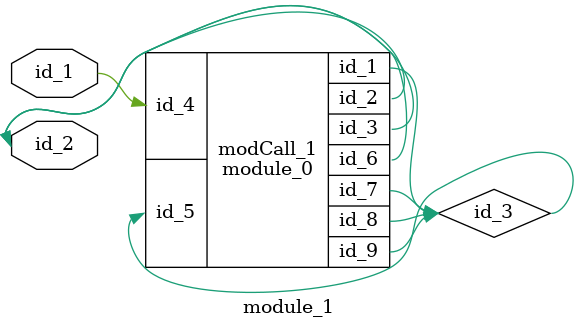
<source format=v>
module module_0 (
    id_1,
    id_2,
    id_3,
    id_4,
    id_5,
    id_6,
    id_7,
    id_8,
    id_9
);
  inout wire id_9;
  output wire id_8;
  output wire id_7;
  inout wire id_6;
  input wire id_5;
  input wire id_4;
  output wire id_3;
  output wire id_2;
  output wire id_1;
  wire id_10;
endmodule
module module_1 (
    id_1,
    id_2
);
  inout wire id_2;
  input wire id_1;
  wire id_3;
  module_0 modCall_1 (
      id_3,
      id_2,
      id_2,
      id_1,
      id_3,
      id_2,
      id_3,
      id_3,
      id_3
  );
  wire id_4;
  wire id_5;
  wire id_6;
  wire id_7;
  wire id_8;
  wire id_9 = id_8;
endmodule

</source>
